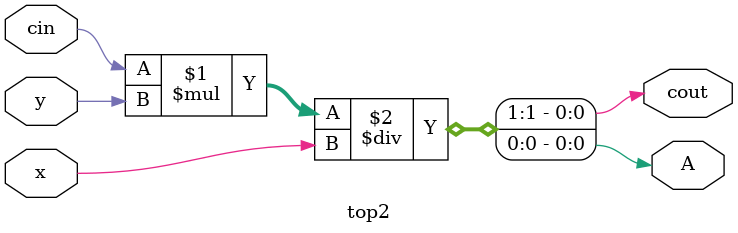
<source format=v>
module top
(
 input x,
 input y,
 input cin,

 output A,
 output cout
 );

assign {cout,A} =  cin + y + x;

endmodule

module top2
(
 input x,
 input y,
 input cin,

 output A,
 output cout
 );

assign {cout,A} =  cin * y / x;

endmodule

</source>
